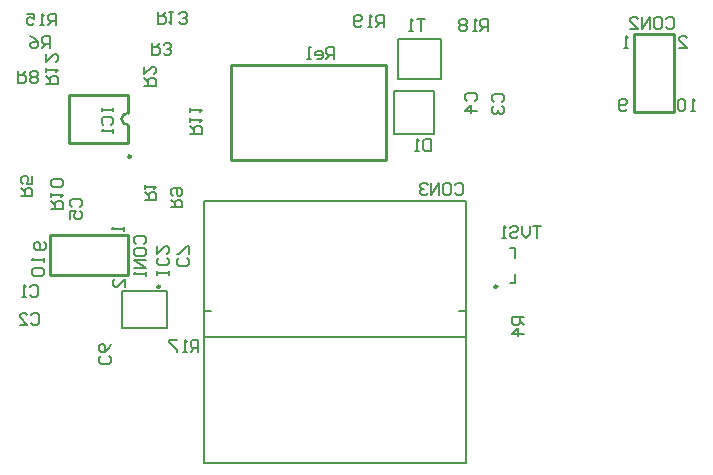
<source format=gbo>
G04*
G04 #@! TF.GenerationSoftware,Altium Limited,CircuitStudio,1.5.2 (30)*
G04*
G04 Layer_Color=32896*
%FSLAX25Y25*%
%MOIN*%
G70*
G01*
G75*
%ADD14C,0.00787*%
%ADD28C,0.01000*%
%ADD31C,0.00984*%
%ADD44C,0.00700*%
%ADD45C,0.00709*%
D14*
X76378Y-29732D02*
X163780D01*
X76378Y57276D02*
X163780D01*
X76378Y-29732D02*
Y57276D01*
X163780Y-29732D02*
Y57276D01*
X161417Y20661D02*
X163780D01*
X76378D02*
X78740D01*
X76378Y12000D02*
X163780D01*
X139507Y79913D02*
X152893D01*
X139507D02*
Y94087D01*
X152893Y79913D02*
Y94087D01*
X139507D02*
X152893D01*
X140784Y111447D02*
X155350D01*
X140784Y98258D02*
Y111447D01*
Y98258D02*
X155390D01*
Y111447D01*
X178381Y29994D02*
X179956D01*
Y33242D01*
X178381Y41805D02*
X179956D01*
Y38557D02*
Y41805D01*
X188733Y49111D02*
X186109D01*
X187421D01*
Y45176D01*
X184797Y49111D02*
Y46488D01*
X183485Y45176D01*
X182174Y46488D01*
Y49111D01*
X178238Y48455D02*
X178894Y49111D01*
X180206D01*
X180862Y48455D01*
Y47799D01*
X180206Y47144D01*
X178894D01*
X178238Y46488D01*
Y45832D01*
X178894Y45176D01*
X180206D01*
X180862Y45832D01*
X176926Y45176D02*
X175614D01*
X176270D01*
Y49111D01*
X176926Y48455D01*
D28*
X61522Y28868D02*
G03*
X61522Y28868I-394J0D01*
G01*
X51887Y72265D02*
G03*
X51887Y72265I-440J0D01*
G01*
X50856Y86741D02*
G03*
X50856Y82804I0J-1969D01*
G01*
X31171Y76792D02*
Y92934D01*
Y76792D02*
X50856D01*
X31171Y92934D02*
X50856D01*
Y76792D02*
Y82804D01*
Y86635D02*
Y92934D01*
X136849Y71232D02*
Y102732D01*
X85349D02*
X136849D01*
X85349Y71232D02*
X136849D01*
X85349D02*
Y102732D01*
D31*
X174050Y28912D02*
G03*
X174050Y28912I-492J0D01*
G01*
X219532Y113000D02*
X233032D01*
Y87000D02*
Y113000D01*
X219589Y87000D02*
X233032D01*
X219589D02*
Y87008D01*
X219532D02*
X219589D01*
X24787Y32748D02*
X50780D01*
Y32805D01*
X50787D01*
Y46248D01*
X24787D02*
X50787D01*
X24787Y32748D02*
Y46248D01*
X219532Y87008D02*
Y113000D01*
D44*
X59947Y27294D02*
X63884D01*
Y15089D02*
Y27294D01*
X48924Y15089D02*
X63884D01*
X48924D02*
Y27294D01*
X59947D01*
D45*
X53689Y43045D02*
X53033Y43701D01*
Y45013D01*
X53689Y45669D01*
X56313D01*
X56968Y45013D01*
Y43701D01*
X56313Y43045D01*
X53033Y39766D02*
Y41078D01*
X53689Y41734D01*
X56313D01*
X56968Y41078D01*
Y39766D01*
X56313Y39110D01*
X53689D01*
X53033Y39766D01*
X56968Y37798D02*
X53033D01*
X56968Y35174D01*
X53033D01*
X56968Y33862D02*
Y32550D01*
Y33206D01*
X53033D01*
X53689Y33862D01*
X230171Y117965D02*
X230827Y118621D01*
X232139D01*
X232795Y117965D01*
Y115341D01*
X232139Y114685D01*
X230827D01*
X230171Y115341D01*
X226892Y118621D02*
X228204D01*
X228859Y117965D01*
Y115341D01*
X228204Y114685D01*
X226892D01*
X226236Y115341D01*
Y117965D01*
X226892Y118621D01*
X224924Y114685D02*
Y118621D01*
X222300Y114685D01*
Y118621D01*
X218364Y114685D02*
X220988D01*
X218364Y117309D01*
Y117965D01*
X219020Y118621D01*
X220332D01*
X220988Y117965D01*
X26969Y115984D02*
Y119920D01*
X25001D01*
X24345Y119264D01*
Y117952D01*
X25001Y117296D01*
X26969D01*
X25657D02*
X24345Y115984D01*
X23033D02*
X21721D01*
X22377D01*
Y119920D01*
X23033Y119264D01*
X17129Y119920D02*
X19753D01*
Y117952D01*
X18441Y118608D01*
X17785D01*
X17129Y117952D01*
Y116640D01*
X17785Y115984D01*
X19097D01*
X19753Y116640D01*
X60827Y120315D02*
Y116379D01*
X62795D01*
X63451Y117035D01*
Y118347D01*
X62795Y119003D01*
X60827D01*
X62139D02*
X63451Y120315D01*
X64763D02*
X66074D01*
X65418D01*
Y116379D01*
X64763Y117035D01*
X68042D02*
X68698Y116379D01*
X70010D01*
X70666Y117035D01*
Y117691D01*
X70010Y118347D01*
X69354D01*
X70010D01*
X70666Y119003D01*
Y119659D01*
X70010Y120315D01*
X68698D01*
X68042Y119659D01*
X23583Y96496D02*
X27518D01*
Y98464D01*
X26862Y99120D01*
X25551D01*
X24895Y98464D01*
Y96496D01*
Y97808D02*
X23583Y99120D01*
Y100432D02*
Y101744D01*
Y101088D01*
X27518D01*
X26862Y100432D01*
X23583Y106335D02*
Y103712D01*
X26206Y106335D01*
X26862D01*
X27518Y105679D01*
Y104367D01*
X26862Y103712D01*
X71653Y79921D02*
X75589D01*
Y81889D01*
X74933Y82545D01*
X73621D01*
X72965Y81889D01*
Y79921D01*
Y81233D02*
X71653Y82545D01*
Y83857D02*
Y85169D01*
Y84513D01*
X75589D01*
X74933Y83857D01*
X71653Y87137D02*
Y88449D01*
Y87793D01*
X75589D01*
X74933Y87137D01*
X25387Y54823D02*
X29323D01*
Y56791D01*
X28667Y57447D01*
X27355D01*
X26699Y56791D01*
Y54823D01*
Y56135D02*
X25387Y57447D01*
Y58759D02*
Y60071D01*
Y59414D01*
X29323D01*
X28667Y58759D01*
Y62038D02*
X29323Y62694D01*
Y64006D01*
X28667Y64662D01*
X26043D01*
X25387Y64006D01*
Y62694D01*
X26043Y62038D01*
X28667D01*
X65159Y55291D02*
X69095D01*
Y57259D01*
X68439Y57915D01*
X67127D01*
X66471Y57259D01*
Y55291D01*
Y56603D02*
X65159Y57915D01*
X65815Y59227D02*
X65159Y59883D01*
Y61195D01*
X65815Y61851D01*
X68439D01*
X69095Y61195D01*
Y59883D01*
X68439Y59227D01*
X67783D01*
X67127Y59883D01*
Y61851D01*
X32390Y55526D02*
X31734Y56182D01*
Y57494D01*
X32390Y58150D01*
X35013D01*
X35669Y57494D01*
Y56182D01*
X35013Y55526D01*
X31734Y51590D02*
Y54214D01*
X33701D01*
X33046Y52902D01*
Y52246D01*
X33701Y51590D01*
X35013D01*
X35669Y52246D01*
Y53558D01*
X35013Y54214D01*
X42127Y88583D02*
Y87271D01*
Y87927D01*
X46063D01*
Y88583D01*
Y87271D01*
X42783Y82679D02*
X42127Y83335D01*
Y84647D01*
X42783Y85303D01*
X45407D01*
X46063Y84647D01*
Y83335D01*
X45407Y82679D01*
X46063Y81367D02*
Y80055D01*
Y80711D01*
X42127D01*
X42783Y81367D01*
X56498Y57653D02*
X60433D01*
Y59621D01*
X59777Y60277D01*
X58465D01*
X57810Y59621D01*
Y57653D01*
Y58965D02*
X56498Y60277D01*
Y61589D02*
Y62901D01*
Y62245D01*
X60433D01*
X59777Y61589D01*
X56377Y95699D02*
X60313D01*
Y97667D01*
X59657Y98323D01*
X58345D01*
X57689Y97667D01*
Y95699D01*
Y97011D02*
X56377Y98323D01*
Y102259D02*
Y99635D01*
X59001Y102259D01*
X59657D01*
X60313Y101603D01*
Y100291D01*
X59657Y99635D01*
X58858Y110079D02*
Y106143D01*
X60826D01*
X61482Y106799D01*
Y108111D01*
X60826Y108767D01*
X58858D01*
X60170D02*
X61482Y110079D01*
X62794Y106799D02*
X63450Y106143D01*
X64762D01*
X65418Y106799D01*
Y107455D01*
X64762Y108111D01*
X64106D01*
X64762D01*
X65418Y108767D01*
Y109423D01*
X64762Y110079D01*
X63450D01*
X62794Y109423D01*
X15151Y59153D02*
X19087D01*
Y61121D01*
X18431Y61777D01*
X17119D01*
X16463Y61121D01*
Y59153D01*
Y60465D02*
X15151Y61777D01*
X19087Y65713D02*
Y63089D01*
X17119D01*
X17775Y64401D01*
Y65057D01*
X17119Y65713D01*
X15807D01*
X15151Y65057D01*
Y63745D01*
X15807Y63089D01*
X24843Y108425D02*
Y112361D01*
X22875D01*
X22219Y111705D01*
Y110393D01*
X22875Y109737D01*
X24843D01*
X23531D02*
X22219Y108425D01*
X18283Y112361D02*
X19595Y111705D01*
X20907Y110393D01*
Y109081D01*
X20251Y108425D01*
X18939D01*
X18283Y109081D01*
Y109737D01*
X18939Y110393D01*
X20907D01*
X14302Y100704D02*
Y96768D01*
X16270D01*
X16926Y97424D01*
Y98736D01*
X16270Y99392D01*
X14302D01*
X15614D02*
X16926Y100704D01*
X18238Y97424D02*
X18894Y96768D01*
X20206D01*
X20862Y97424D01*
Y98080D01*
X20206Y98736D01*
X20862Y99392D01*
Y100048D01*
X20206Y100704D01*
X18894D01*
X18238Y100048D01*
Y99392D01*
X18894Y98736D01*
X18238Y98080D01*
Y97424D01*
X18894Y98736D02*
X20206D01*
X159975Y62729D02*
X160631Y63385D01*
X161943D01*
X162598Y62729D01*
Y60105D01*
X161943Y59449D01*
X160631D01*
X159975Y60105D01*
X156695Y63385D02*
X158007D01*
X158663Y62729D01*
Y60105D01*
X158007Y59449D01*
X156695D01*
X156039Y60105D01*
Y62729D01*
X156695Y63385D01*
X154727Y59449D02*
Y63385D01*
X152103Y59449D01*
Y63385D01*
X150791Y62729D02*
X150135Y63385D01*
X148823D01*
X148167Y62729D01*
Y62073D01*
X148823Y61417D01*
X149479D01*
X148823D01*
X148167Y60761D01*
Y60105D01*
X148823Y59449D01*
X150135D01*
X150791Y60105D01*
X18242Y28870D02*
X18898Y29526D01*
X20210D01*
X20866Y28870D01*
Y26247D01*
X20210Y25591D01*
X18898D01*
X18242Y26247D01*
X16930Y25591D02*
X15619D01*
X16274D01*
Y29526D01*
X16930Y28870D01*
X18742Y19421D02*
X19398Y20077D01*
X20710D01*
X21366Y19421D01*
Y16798D01*
X20710Y16142D01*
X19398D01*
X18742Y16798D01*
X14807Y16142D02*
X17430D01*
X14807Y18766D01*
Y19421D01*
X15462Y20077D01*
X16774D01*
X17430Y19421D01*
X172901Y90360D02*
X172245Y91016D01*
Y92328D01*
X172901Y92984D01*
X175525D01*
X176181Y92328D01*
Y91016D01*
X175525Y90360D01*
X172901Y89048D02*
X172245Y88393D01*
Y87081D01*
X172901Y86425D01*
X173557D01*
X174213Y87081D01*
Y87737D01*
Y87081D01*
X174869Y86425D01*
X175525D01*
X176181Y87081D01*
Y88393D01*
X175525Y89048D01*
X163846Y90754D02*
X163190Y91410D01*
Y92722D01*
X163846Y93378D01*
X166470D01*
X167126Y92722D01*
Y91410D01*
X166470Y90754D01*
X167126Y87474D02*
X163190D01*
X165158Y89442D01*
Y86818D01*
X70572Y38413D02*
X71228Y37757D01*
Y36445D01*
X70572Y35789D01*
X67948D01*
X67292Y36445D01*
Y37757D01*
X67948Y38413D01*
X71228Y39725D02*
Y42349D01*
X70572D01*
X67948Y39725D01*
X67292D01*
X44618Y5773D02*
X45274Y5117D01*
Y3806D01*
X44618Y3150D01*
X41995D01*
X41339Y3806D01*
Y5117D01*
X41995Y5773D01*
X45274Y9709D02*
X44618Y8397D01*
X43306Y7085D01*
X41995D01*
X41339Y7741D01*
Y9053D01*
X41995Y9709D01*
X42650D01*
X43306Y9053D01*
Y7085D01*
X151873Y77985D02*
Y74049D01*
X149905D01*
X149249Y74705D01*
Y77329D01*
X149905Y77985D01*
X151873D01*
X147938Y74049D02*
X146626D01*
X147282D01*
Y77985D01*
X147938Y77329D01*
X64566Y32677D02*
Y33989D01*
Y33333D01*
X60630D01*
Y32677D01*
Y33989D01*
X63910Y38581D02*
X64566Y37925D01*
Y36613D01*
X63910Y35957D01*
X61286D01*
X60630Y36613D01*
Y37925D01*
X61286Y38581D01*
X60630Y42516D02*
Y39893D01*
X63254Y42516D01*
X63910D01*
X64566Y41861D01*
Y40549D01*
X63910Y39893D01*
X171058Y114005D02*
Y117940D01*
X169090D01*
X168434Y117285D01*
Y115973D01*
X169090Y115317D01*
X171058D01*
X169746D02*
X168434Y114005D01*
X167122D02*
X165811D01*
X166467D01*
Y117940D01*
X167122Y117285D01*
X163843D02*
X163187Y117940D01*
X161875D01*
X161219Y117285D01*
Y116629D01*
X161875Y115973D01*
X161219Y115317D01*
Y114661D01*
X161875Y114005D01*
X163187D01*
X163843Y114661D01*
Y115317D01*
X163187Y115973D01*
X163843Y116629D01*
Y117285D01*
X163187Y115973D02*
X161875D01*
X136261Y115342D02*
Y119278D01*
X134293D01*
X133638Y118622D01*
Y117310D01*
X134293Y116654D01*
X136261D01*
X134950D02*
X133638Y115342D01*
X132326D02*
X131014D01*
X131670D01*
Y119278D01*
X132326Y118622D01*
X129046Y115998D02*
X128390Y115342D01*
X127078D01*
X126422Y115998D01*
Y118622D01*
X127078Y119278D01*
X128390D01*
X129046Y118622D01*
Y117966D01*
X128390Y117310D01*
X126422D01*
X74410Y7087D02*
Y11022D01*
X72442D01*
X71786Y10366D01*
Y9054D01*
X72442Y8399D01*
X74410D01*
X73097D02*
X71786Y7087D01*
X70474D02*
X69162D01*
X69818D01*
Y11022D01*
X70474Y10366D01*
X67194Y11022D02*
X64570D01*
Y10366D01*
X67194Y7743D01*
Y7087D01*
X119726Y104712D02*
Y108648D01*
X117758D01*
X117102Y107992D01*
Y106680D01*
X117758Y106024D01*
X119726D01*
X118414D02*
X117102Y104712D01*
X113822D02*
X115134D01*
X115790Y105368D01*
Y106680D01*
X115134Y107336D01*
X113822D01*
X113166Y106680D01*
Y106024D01*
X115790D01*
X111855Y104712D02*
X110543D01*
X111198D01*
Y108648D01*
X111855D01*
X150000Y118109D02*
X147376D01*
X148688D01*
Y114173D01*
X146064D02*
X144752D01*
X145408D01*
Y118109D01*
X146064Y117453D01*
X183040Y18872D02*
X179104D01*
Y16905D01*
X179760Y16249D01*
X181072D01*
X181728Y16905D01*
Y18872D01*
Y17560D02*
X183040Y16249D01*
Y12969D02*
X179104D01*
X181072Y14937D01*
Y12313D01*
X234699Y108425D02*
X237323D01*
X234699Y111049D01*
Y111705D01*
X235355Y112361D01*
X236667D01*
X237323Y111705D01*
X240039Y87559D02*
X238727D01*
X239383D01*
Y91495D01*
X240039Y90839D01*
X236760D02*
X236104Y91495D01*
X234792D01*
X234136Y90839D01*
Y88215D01*
X234792Y87559D01*
X236104D01*
X236760Y88215D01*
Y90839D01*
X217362Y88176D02*
X216706Y87520D01*
X215394D01*
X214738Y88176D01*
Y90799D01*
X215394Y91455D01*
X216706D01*
X217362Y90799D01*
Y90144D01*
X216706Y89488D01*
X214738D01*
X217520Y108465D02*
X216208D01*
X216864D01*
Y112400D01*
X217520Y111744D01*
X49961Y28675D02*
Y31299D01*
X47337Y28675D01*
X46681D01*
X46025Y29331D01*
Y30643D01*
X46681Y31299D01*
X49488Y48858D02*
Y47546D01*
Y48202D01*
X45552D01*
X46208Y48858D01*
X22966Y43819D02*
X23622Y43163D01*
Y41851D01*
X22966Y41195D01*
X20342D01*
X19686Y41851D01*
Y43163D01*
X20342Y43819D01*
X20998D01*
X21654Y43163D01*
Y41195D01*
X22992Y38465D02*
Y37153D01*
Y37809D01*
X19056D01*
X19712Y38465D01*
Y35185D02*
X19056Y34529D01*
Y33217D01*
X19712Y32561D01*
X22336D01*
X22992Y33217D01*
Y34529D01*
X22336Y35185D01*
X19712D01*
M02*

</source>
